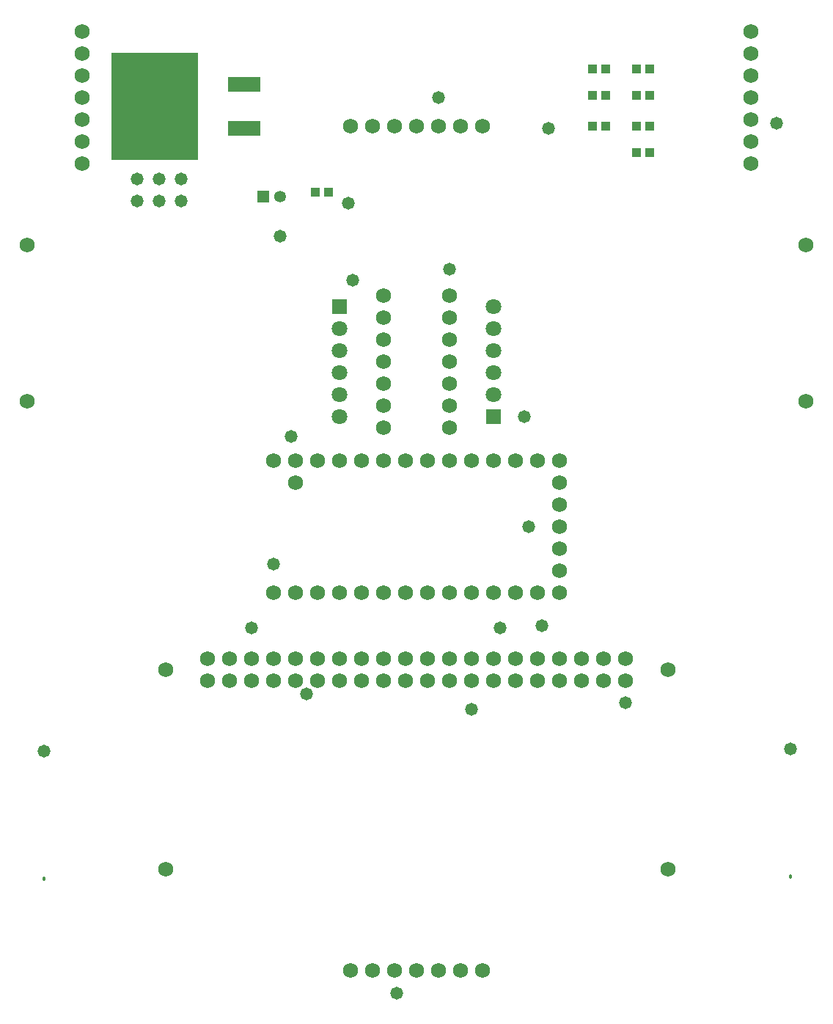
<source format=gbr>
%TF.GenerationSoftware,Altium Limited,Altium Designer,23.2.1 (34)*%
G04 Layer_Color=8388736*
%FSLAX26Y26*%
%MOIN*%
%TF.SameCoordinates,C295F6C5-B72E-4061-B5E5-0E097F681155*%
%TF.FilePolarity,Negative*%
%TF.FileFunction,Soldermask,Top*%
%TF.Part,Single*%
G01*
G75*
%TA.AperFunction,ConnectorPad*%
%ADD30R,0.145795X0.070992*%
%ADD31R,0.391858X0.488315*%
%TA.AperFunction,SMDPad,CuDef*%
%ADD32R,0.043039X0.044614*%
%TA.AperFunction,ComponentPad*%
%ADD33C,0.068000*%
%ADD34R,0.053276X0.053276*%
%ADD35C,0.053276*%
%ADD36C,0.058000*%
%ADD37C,0.018000*%
%ADD38C,0.070992*%
%ADD39R,0.070992X0.070992*%
%TA.AperFunction,ViaPad*%
%ADD40C,0.058000*%
D30*
X-785472Y4310000D02*
D03*
Y4510000D02*
D03*
D31*
X-1190000Y4410000D02*
D03*
D32*
X999685Y4580000D02*
D03*
X1060315D02*
D03*
X-399685Y4020000D02*
D03*
X-460315D02*
D03*
X799685Y4580000D02*
D03*
X860315D02*
D03*
X999685Y4200000D02*
D03*
X1060315D02*
D03*
X799685Y4460000D02*
D03*
X860315D02*
D03*
Y4320000D02*
D03*
X799685D02*
D03*
X999685Y4460000D02*
D03*
X1060315D02*
D03*
Y4320000D02*
D03*
X999685D02*
D03*
D33*
X1520000Y4150000D02*
D03*
Y4250000D02*
D03*
Y4350000D02*
D03*
Y4450000D02*
D03*
Y4550000D02*
D03*
Y4650000D02*
D03*
Y4750000D02*
D03*
X-550000Y2700000D02*
D03*
X550000Y2200000D02*
D03*
X650000D02*
D03*
X350000D02*
D03*
X450000D02*
D03*
X150000D02*
D03*
X250000D02*
D03*
X-50000D02*
D03*
X50000D02*
D03*
X-250000D02*
D03*
X-150000D02*
D03*
X-450000D02*
D03*
X-350000D02*
D03*
X-650000D02*
D03*
X-550000D02*
D03*
X550000Y2800000D02*
D03*
X650000D02*
D03*
X350000D02*
D03*
X450000D02*
D03*
X150000D02*
D03*
X250000D02*
D03*
X-50000D02*
D03*
X50000D02*
D03*
X-250000D02*
D03*
X-150000D02*
D03*
X-450000D02*
D03*
X-350000D02*
D03*
X-650000D02*
D03*
X-550000D02*
D03*
X650000Y2300000D02*
D03*
Y2400000D02*
D03*
Y2500000D02*
D03*
Y2600000D02*
D03*
Y2700000D02*
D03*
X1141535Y944291D02*
D03*
X950000Y1800000D02*
D03*
Y1900000D02*
D03*
X850000Y1800000D02*
D03*
Y1900000D02*
D03*
X750000Y1800000D02*
D03*
Y1900000D02*
D03*
X650000Y1800000D02*
D03*
Y1900000D02*
D03*
X550000Y1800000D02*
D03*
Y1900000D02*
D03*
X450000Y1800000D02*
D03*
Y1900000D02*
D03*
X350000Y1800000D02*
D03*
Y1900000D02*
D03*
X250000Y1800000D02*
D03*
Y1900000D02*
D03*
X150000Y1800000D02*
D03*
Y1900000D02*
D03*
X50000Y1800000D02*
D03*
Y1900000D02*
D03*
X-50000Y1800000D02*
D03*
Y1900000D02*
D03*
X-150000Y1800000D02*
D03*
Y1900000D02*
D03*
X-250000Y1800000D02*
D03*
Y1900000D02*
D03*
X-350000Y1800000D02*
D03*
Y1900000D02*
D03*
X-450000Y1800000D02*
D03*
Y1900000D02*
D03*
X-550000Y1800000D02*
D03*
Y1900000D02*
D03*
X-650000Y1800000D02*
D03*
Y1900000D02*
D03*
X-750000Y1800000D02*
D03*
Y1900000D02*
D03*
X-850000Y1800000D02*
D03*
Y1900000D02*
D03*
X-950000Y1800000D02*
D03*
Y1900000D02*
D03*
X-1141929Y944291D02*
D03*
X1141535Y1849803D02*
D03*
X-1141929D02*
D03*
X1770000Y3070000D02*
D03*
Y3780000D02*
D03*
X-1770000Y3070000D02*
D03*
Y3780000D02*
D03*
X-150000Y3550000D02*
D03*
X150000D02*
D03*
X-150000Y3450000D02*
D03*
X150000D02*
D03*
X-150000Y3350000D02*
D03*
X150000D02*
D03*
X-150000Y3250000D02*
D03*
X150000D02*
D03*
X-150000Y3150000D02*
D03*
X150000D02*
D03*
X-150000Y3050000D02*
D03*
X150000D02*
D03*
X-150000Y2950000D02*
D03*
X150000D02*
D03*
X-300000Y485000D02*
D03*
X-200000D02*
D03*
X-100000D02*
D03*
X0D02*
D03*
X100000D02*
D03*
X200000D02*
D03*
X300000D02*
D03*
Y4320000D02*
D03*
X200000D02*
D03*
X100000D02*
D03*
X0D02*
D03*
X-100000D02*
D03*
X-200000D02*
D03*
X-300000D02*
D03*
X-1520000Y4750000D02*
D03*
Y4650000D02*
D03*
Y4550000D02*
D03*
Y4450000D02*
D03*
Y4350000D02*
D03*
Y4250000D02*
D03*
Y4150000D02*
D03*
D34*
X-699016Y4000000D02*
D03*
D35*
X-620000D02*
D03*
D36*
X1700000Y1490000D02*
D03*
X-1695000Y1480000D02*
D03*
D37*
X1700000Y910000D02*
D03*
X-1695000Y900000D02*
D03*
D38*
X-350000Y3000000D02*
D03*
Y3100000D02*
D03*
Y3300000D02*
D03*
Y3400000D02*
D03*
Y3200000D02*
D03*
X350000Y3500000D02*
D03*
Y3400000D02*
D03*
Y3200000D02*
D03*
Y3100000D02*
D03*
Y3300000D02*
D03*
D39*
X-350000Y3500000D02*
D03*
X350000Y3000000D02*
D03*
D40*
X149948Y3669948D02*
D03*
X-500000Y1740000D02*
D03*
X-90000Y380000D02*
D03*
X950000Y1700000D02*
D03*
X-310000Y3970000D02*
D03*
X-1270000Y3980000D02*
D03*
X570000Y2050000D02*
D03*
X-750000Y2040000D02*
D03*
X-650000Y2330000D02*
D03*
X-620000Y3820000D02*
D03*
X-570000Y2910000D02*
D03*
X600000Y4310000D02*
D03*
X1636010Y4332688D02*
D03*
X-1270000Y4080000D02*
D03*
X-1170000Y3980000D02*
D03*
X100000Y4450000D02*
D03*
X380000Y2040000D02*
D03*
X250000Y1670000D02*
D03*
X510000Y2500000D02*
D03*
X490000Y3000000D02*
D03*
X-290000Y3620000D02*
D03*
X-1070000Y3980000D02*
D03*
Y4080000D02*
D03*
X-1170000D02*
D03*
%TF.MD5,8b63279d9fd0b8e4f9cc15a923598543*%
M02*

</source>
